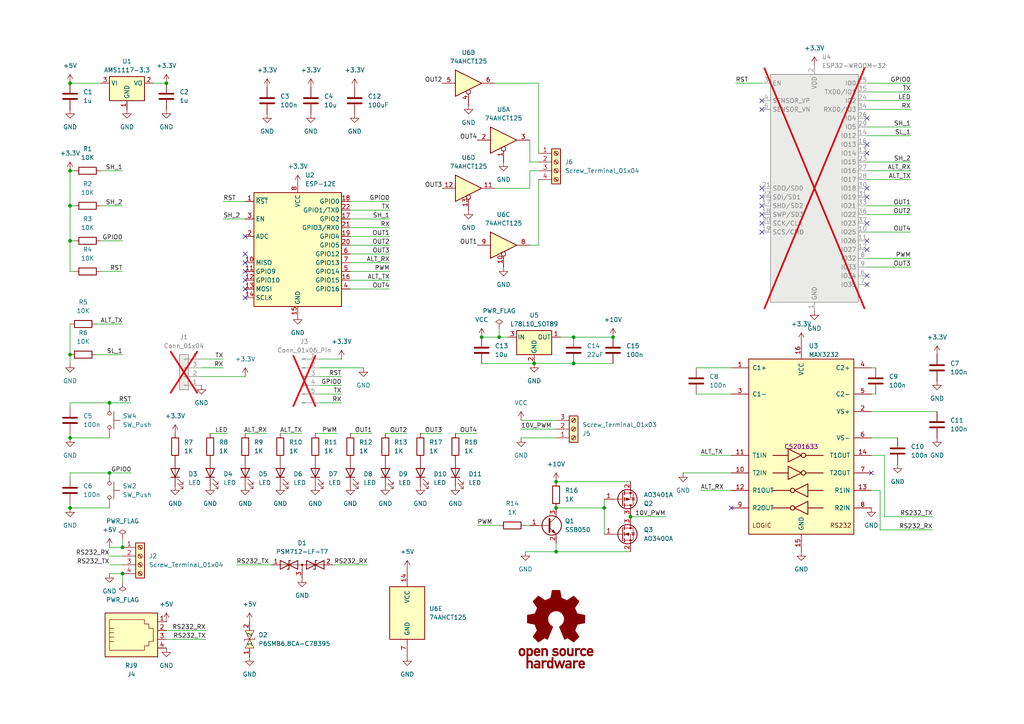
<source format=kicad_sch>
(kicad_sch (version 20250114) (generator "eeschema") (generator_version "9.0")
  (paper "A4")
  (junction (at 177.8 97.79))
  (junction (at 20.32 147.32))
  (junction (at 20.32 127))
  (junction (at 166.37 97.79))
  (junction (at 154.94 105.41))
  (junction (at 144.78 97.79))
  (junction (at 139.7 97.79))
  (junction (at 35.56 158.75))
  (junction (at 161.29 160.02))
  (junction (at 166.37 105.41))
  (junction (at 35.56 166.37))
  (junction (at 20.32 102.87))
  (junction (at 20.32 49.53))
  (junction (at 182.88 149.86))
  (junction (at 175.26 147.32))
  (junction (at 31.75 116.84))
  (junction (at 20.32 59.69))
  (junction (at 20.32 69.85))
  (junction (at 161.29 147.32))
  (junction (at 31.75 137.16))
  (junction (at 48.26 24.13))
  (junction (at 161.29 139.7))
  (junction (at 20.32 24.13))
  (no_connect (at 251.46 34.29))
  (no_connect (at 220.98 31.75))
  (no_connect (at 251.46 64.77))
  (no_connect (at 71.12 78.74))
  (no_connect (at 220.98 67.31))
  (no_connect (at 251.46 69.85))
  (no_connect (at 251.46 72.39))
  (no_connect (at 220.98 62.23))
  (no_connect (at 251.46 80.01))
  (no_connect (at 71.12 73.66))
  (no_connect (at 252.73 137.16))
  (no_connect (at 220.98 54.61))
  (no_connect (at 251.46 41.91))
  (no_connect (at 212.09 147.32))
  (no_connect (at 251.46 44.45))
  (no_connect (at 251.46 54.61))
  (no_connect (at 251.46 57.15))
  (no_connect (at 251.46 82.55))
  (no_connect (at 220.98 64.77))
  (no_connect (at 220.98 59.69))
  (no_connect (at 71.12 83.82))
  (no_connect (at 220.98 57.15))
  (no_connect (at 220.98 29.21))
  (no_connect (at 71.12 76.2))
  (no_connect (at 71.12 81.28))
  (no_connect (at 71.12 86.36))
  (no_connect (at 71.12 68.58))
  (wire (pts (xy 252.73 119.38) (xy 271.78 119.38)))
  (wire (pts (xy 252.73 127) (xy 260.35 127)))
  (wire (pts (xy 198.12 137.16) (xy 212.09 137.16)))
  (wire (pts (xy 251.46 31.75) (xy 264.16 31.75)))
  (wire (pts (xy 44.45 24.13) (xy 48.26 24.13)))
  (wire (pts (xy 156.21 24.13) (xy 143.51 24.13)))
  (wire (pts (xy 166.37 97.79) (xy 177.8 97.79)))
  (wire (pts (xy 64.77 58.42) (xy 71.12 58.42)))
  (wire (pts (xy 156.21 52.07) (xy 156.21 71.12)))
  (wire (pts (xy 138.43 125.73) (xy 132.08 125.73)))
  (wire (pts (xy 270.51 153.67) (xy 255.27 153.67)))
  (wire (pts (xy 251.46 67.31) (xy 264.16 67.31)))
  (wire (pts (xy 92.71 106.68) (xy 105.41 106.68)))
  (wire (pts (xy 101.6 63.5) (xy 113.03 63.5)))
  (wire (pts (xy 101.6 78.74) (xy 113.03 78.74)))
  (wire (pts (xy 97.79 125.73) (xy 91.44 125.73)))
  (wire (pts (xy 58.42 104.14) (xy 64.77 104.14)))
  (wire (pts (xy 251.46 59.69) (xy 264.16 59.69)))
  (wire (pts (xy 256.54 149.86) (xy 270.51 149.86)))
  (wire (pts (xy 118.11 125.73) (xy 111.76 125.73)))
  (wire (pts (xy 27.94 102.87) (xy 35.56 102.87)))
  (wire (pts (xy 251.46 36.83) (xy 264.16 36.83)))
  (wire (pts (xy 29.21 78.74) (xy 35.56 78.74)))
  (wire (pts (xy 213.36 24.13) (xy 220.98 24.13)))
  (wire (pts (xy 59.69 185.42) (xy 48.26 185.42)))
  (wire (pts (xy 251.46 39.37) (xy 264.16 39.37)))
  (wire (pts (xy 251.46 49.53) (xy 264.16 49.53)))
  (wire (pts (xy 20.32 147.32) (xy 31.75 147.32)))
  (wire (pts (xy 29.21 49.53) (xy 35.56 49.53)))
  (wire (pts (xy 101.6 83.82) (xy 113.03 83.82)))
  (wire (pts (xy 161.29 147.32) (xy 175.26 147.32)))
  (wire (pts (xy 101.6 60.96) (xy 113.03 60.96)))
  (wire (pts (xy 101.6 68.58) (xy 113.03 68.58)))
  (wire (pts (xy 166.37 105.41) (xy 177.8 105.41)))
  (wire (pts (xy 201.93 106.68) (xy 212.09 106.68)))
  (wire (pts (xy 193.04 149.86) (xy 182.88 149.86)))
  (wire (pts (xy 92.71 109.22) (xy 99.06 109.22)))
  (wire (pts (xy 31.75 116.84) (xy 20.32 116.84)))
  (wire (pts (xy 58.42 109.22) (xy 71.12 109.22)))
  (wire (pts (xy 35.56 93.98) (xy 27.94 93.98)))
  (wire (pts (xy 153.67 46.99) (xy 153.67 40.64)))
  (wire (pts (xy 92.71 104.14) (xy 99.06 104.14)))
  (wire (pts (xy 254 114.3) (xy 252.73 114.3)))
  (wire (pts (xy 151.13 121.92) (xy 161.29 121.92)))
  (wire (pts (xy 254 106.68) (xy 252.73 106.68)))
  (wire (pts (xy 153.67 54.61) (xy 153.67 49.53)))
  (wire (pts (xy 101.6 81.28) (xy 113.03 81.28)))
  (wire (pts (xy 64.77 63.5) (xy 71.12 63.5)))
  (wire (pts (xy 156.21 44.45) (xy 156.21 24.13)))
  (wire (pts (xy 87.63 125.73) (xy 81.28 125.73)))
  (wire (pts (xy 92.71 116.84) (xy 99.06 116.84)))
  (wire (pts (xy 153.67 49.53) (xy 156.21 49.53)))
  (wire (pts (xy 144.78 97.79) (xy 147.32 97.79)))
  (wire (pts (xy 21.59 49.53) (xy 20.32 49.53)))
  (wire (pts (xy 255.27 153.67) (xy 255.27 142.24)))
  (wire (pts (xy 161.29 160.02) (xy 152.4 160.02)))
  (wire (pts (xy 31.75 137.16) (xy 38.1 137.16)))
  (wire (pts (xy 128.27 125.73) (xy 121.92 125.73)))
  (wire (pts (xy 106.68 163.83) (xy 96.52 163.83)))
  (wire (pts (xy 151.13 127) (xy 161.29 127)))
  (wire (pts (xy 139.7 105.41) (xy 154.94 105.41)))
  (wire (pts (xy 20.32 138.43) (xy 20.32 137.16)))
  (wire (pts (xy 101.6 76.2) (xy 113.03 76.2)))
  (wire (pts (xy 20.32 59.69) (xy 21.59 59.69)))
  (wire (pts (xy 38.1 116.84) (xy 31.75 116.84)))
  (wire (pts (xy 151.13 124.46) (xy 161.29 124.46)))
  (wire (pts (xy 203.2 142.24) (xy 212.09 142.24)))
  (wire (pts (xy 251.46 29.21) (xy 264.16 29.21)))
  (wire (pts (xy 251.46 77.47) (xy 264.16 77.47)))
  (wire (pts (xy 203.2 132.08) (xy 212.09 132.08)))
  (wire (pts (xy 20.32 127) (xy 31.75 127)))
  (wire (pts (xy 20.32 137.16) (xy 31.75 137.16)))
  (wire (pts (xy 161.29 157.48) (xy 161.29 160.02)))
  (wire (pts (xy 35.56 59.69) (xy 29.21 59.69)))
  (wire (pts (xy 156.21 71.12) (xy 153.67 71.12)))
  (wire (pts (xy 156.21 46.99) (xy 153.67 46.99)))
  (wire (pts (xy 20.32 127) (xy 20.32 125.73)))
  (wire (pts (xy 20.32 69.85) (xy 20.32 59.69)))
  (wire (pts (xy 101.6 71.12) (xy 113.03 71.12)))
  (wire (pts (xy 20.32 146.05) (xy 20.32 147.32)))
  (wire (pts (xy 256.54 149.86) (xy 256.54 132.08)))
  (wire (pts (xy 251.46 46.99) (xy 264.16 46.99)))
  (wire (pts (xy 77.47 125.73) (xy 71.12 125.73)))
  (wire (pts (xy 161.29 160.02) (xy 182.88 160.02)))
  (wire (pts (xy 154.94 105.41) (xy 166.37 105.41)))
  (wire (pts (xy 251.46 52.07) (xy 264.16 52.07)))
  (wire (pts (xy 20.32 116.84) (xy 20.32 118.11)))
  (wire (pts (xy 20.32 24.13) (xy 29.21 24.13)))
  (wire (pts (xy 256.54 132.08) (xy 252.73 132.08)))
  (wire (pts (xy 251.46 62.23) (xy 264.16 62.23)))
  (wire (pts (xy 31.75 166.37) (xy 35.56 166.37)))
  (wire (pts (xy 153.67 54.61) (xy 143.51 54.61)))
  (wire (pts (xy 20.32 105.41) (xy 20.32 102.87)))
  (wire (pts (xy 68.58 163.83) (xy 78.74 163.83)))
  (wire (pts (xy 21.59 69.85) (xy 20.32 69.85)))
  (wire (pts (xy 144.78 95.25) (xy 144.78 97.79)))
  (wire (pts (xy 35.56 69.85) (xy 29.21 69.85)))
  (wire (pts (xy 201.93 114.3) (xy 212.09 114.3)))
  (wire (pts (xy 152.4 152.4) (xy 153.67 152.4)))
  (wire (pts (xy 255.27 142.24) (xy 252.73 142.24)))
  (wire (pts (xy 92.71 111.76) (xy 99.06 111.76)))
  (wire (pts (xy 21.59 78.74) (xy 20.32 78.74)))
  (wire (pts (xy 31.75 158.75) (xy 35.56 158.75)))
  (wire (pts (xy 66.04 125.73) (xy 60.96 125.73)))
  (wire (pts (xy 20.32 49.53) (xy 20.32 59.69)))
  (wire (pts (xy 92.71 114.3) (xy 99.06 114.3)))
  (wire (pts (xy 107.95 125.73) (xy 101.6 125.73)))
  (wire (pts (xy 35.56 166.37) (xy 35.56 168.91)))
  (wire (pts (xy 20.32 78.74) (xy 20.32 69.85)))
  (wire (pts (xy 251.46 74.93) (xy 264.16 74.93)))
  (wire (pts (xy 175.26 147.32) (xy 175.26 154.94)))
  (wire (pts (xy 251.46 24.13) (xy 264.16 24.13)))
  (wire (pts (xy 31.75 163.83) (xy 35.56 163.83)))
  (wire (pts (xy 138.43 152.4) (xy 144.78 152.4)))
  (wire (pts (xy 101.6 73.66) (xy 113.03 73.66)))
  (wire (pts (xy 20.32 93.98) (xy 20.32 102.87)))
  (wire (pts (xy 101.6 58.42) (xy 113.03 58.42)))
  (wire (pts (xy 251.46 26.67) (xy 264.16 26.67)))
  (wire (pts (xy 35.56 156.21) (xy 35.56 158.75)))
  (wire (pts (xy 139.7 97.79) (xy 144.78 97.79)))
  (wire (pts (xy 58.42 106.68) (xy 64.77 106.68)))
  (wire (pts (xy 59.69 182.88) (xy 48.26 182.88)))
  (wire (pts (xy 101.6 66.04) (xy 113.03 66.04)))
  (wire (pts (xy 182.88 139.7) (xy 161.29 139.7)))
  (wire (pts (xy 162.56 97.79) (xy 166.37 97.79)))
  (wire (pts (xy 31.75 161.29) (xy 35.56 161.29)))
  (wire (pts (xy 175.26 144.78) (xy 175.26 147.32)))
  (label "OUT2" (at 128.27 24.13 180))
  (label "RX" (at 64.77 106.68 180))
  (label "OUT2" (at 118.11 125.73 180))
  (label "RST" (at 64.77 58.42 0))
  (label "ALT_RX" (at 264.16 49.53 180))
  (label "OUT4" (at 264.16 67.31 180))
  (label "RST" (at 99.06 109.22 180))
  (label "GPIO0" (at 38.1 137.16 180))
  (label "PWM" (at 97.79 125.73 180))
  (label "RST" (at 35.56 78.74 180))
  (label "RS232_TX" (at 270.51 149.86 180))
  (label "OUT2" (at 113.03 71.12 180))
  (label "OUT1" (at 107.95 125.73 180))
  (label "OUT4" (at 138.43 40.64 180))
  (label "OUT3" (at 264.16 77.47 180))
  (label "OUT3" (at 128.27 125.73 180))
  (label "TX" (at 99.06 114.3 180))
  (label "LED" (at 264.16 29.21 180))
  (label "OUT1" (at 138.43 71.12 180))
  (label "SH_2" (at 264.16 46.99 180))
  (label "OUT4" (at 113.03 83.82 180))
  (label "10V_PWM" (at 193.04 149.86 180))
  (label "SH_1" (at 264.16 36.83 180))
  (label "RS232_RX" (at 59.69 182.88 180))
  (label "OUT3" (at 113.03 73.66 180))
  (label "RS232_RX" (at 270.51 153.67 180))
  (label "ALT_TX" (at 203.2 132.08 0))
  (label "OUT4" (at 138.43 125.73 180))
  (label "PWM" (at 138.43 152.4 0))
  (label "OUT1" (at 264.16 59.69 180))
  (label "RX" (at 99.06 116.84 180))
  (label "OUT1" (at 113.03 68.58 180))
  (label "GPIO0" (at 264.16 24.13 180))
  (label "RX" (at 264.16 31.75 180))
  (label "PWM" (at 113.03 78.74 180))
  (label "ALT_TX" (at 113.03 81.28 180))
  (label "LED" (at 66.04 125.73 180))
  (label "SH_1" (at 35.56 49.53 180))
  (label "ALT_RX" (at 113.03 76.2 180))
  (label "RS232_TX" (at 59.69 185.42 180))
  (label "ALT_RX" (at 203.2 142.24 0))
  (label "ALT_TX" (at 87.63 125.73 180))
  (label "SL_1" (at 264.16 39.37 180))
  (label "RS232_TX" (at 31.75 163.83 180))
  (label "GPIO0" (at 35.56 69.85 180))
  (label "TX" (at 113.03 60.96 180))
  (label "10V_PWM" (at 151.13 124.46 0))
  (label "SH_1" (at 113.03 63.5 180))
  (label "SH_2" (at 64.77 63.5 0))
  (label "RS232_RX" (at 106.68 163.83 180))
  (label "RST" (at 38.1 116.84 180))
  (label "ALT_RX" (at 77.47 125.73 180))
  (label "SL_1" (at 35.56 102.87 180))
  (label "RS232_TX" (at 68.58 163.83 0))
  (label "ALT_TX" (at 264.16 52.07 180))
  (label "GPIO0" (at 113.03 58.42 180))
  (label "RS232_RX" (at 31.75 161.29 180))
  (label "GPIO0" (at 99.06 111.76 180))
  (label "PWM" (at 264.16 74.93 180))
  (label "RX" (at 113.03 66.04 180))
  (label "RST" (at 213.36 24.13 0))
  (label "TX" (at 264.16 26.67 180))
  (label "ALT_TX" (at 35.56 93.98 180))
  (label "OUT2" (at 264.16 62.23 180))
  (label "SH_2" (at 35.56 59.69 180))
  (label "TX" (at 64.77 104.14 180))
  (label "OUT3" (at 128.27 54.61 180))
  (symbol (lib_id "power:GND") (at 50.8 140.97 0) (unit 1)
    (property "Reference" "#PWR023" (effects (hide yes)))
    (property "Value" "GND" (at 50.8 146.05 0))
    (property "Description" "Power symbol creates a global label with name \"GND\" , ground" (effects (hide yes)))
  )
  (symbol (lib_id "power:+3.3V") (at 271.78 102.87 0) (unit 1)
    (property "Reference" "#PWR043" (effects (hide yes)))
    (property "Value" "+3.3V" (at 271.78 97.79 0))
    (property "Description" "Power symbol creates a global label with name \"+3.3V\"" (effects (hide yes)))
  )
  (symbol (lib_id "Regulator_Linear:L78L10_SOT89") (at 154.94 97.79 0) (unit 1)
    (property "Reference" "U5" (at 154.94 91.44 0))
    (property "Value" "L78L10_SOT89" (at 154.94 93.98 0))
    (property "Footprint" "Package_TO_SOT_SMD:SOT-89-3" (effects (hide yes)))
    (property "Datasheet" "http://www.st.com/content/ccc/resource/technical/document/datasheet/15/55/e5/aa/23/5b/43/fd/CD00000446.pdf/files/CD00000446.pdf/jcr:content/translations/en.CD00000446.pdf" (effects (hide yes)))
    (property "Description" "Positive 100mA 30V Linear Regulator, Fixed Output 10V, SOT-89" (effects (hide yes)))
  )
  (symbol (lib_id "power:GND") (at 36.83 31.75 0) (unit 1)
    (property "Reference" "#PWR06" (effects (hide yes)))
    (property "Value" "GND" (at 36.83 36.83 0))
    (property "Description" "Power symbol creates a global label with name \"GND\" , ground" (effects (hide yes)))
  )
  (symbol (lib_id "power:+3.3V") (at 90.17 25.4 0) (unit 1)
    (property "Reference" "#PWR04" (effects (hide yes)))
    (property "Value" "+3.3V" (at 90.17 20.32 0))
    (property "Description" "Power symbol creates a global label with name \"+3.3V\"" (effects (hide yes)))
  )
  (symbol (lib_id "power:GND") (at 91.44 140.97 0) (unit 1)
    (property "Reference" "#PWR028" (effects (hide yes)))
    (property "Value" "GND" (at 91.44 146.05 0))
    (property "Description" "Power symbol creates a global label with name \"GND\" , ground" (effects (hide yes)))
  )
  (symbol (lib_id "Transistor_BJT:SS8050") (at 158.75 152.4 0) (unit 1)
    (property "Reference" "Q1" (at 163.83 151.1299 0) (effects (justify left)))
    (property "Value" "SS8050" (at 163.83 153.6699 0) (effects (justify left)))
    (property "Footprint" "Package_TO_SOT_SMD:SOT-23" (effects (hide yes)))
    (property "Datasheet" "http://www.secosgmbh.com/datasheet/products/SSMPTransistor/SOT-23/SS8050.pdf" (effects (hide yes)))
    (property "Description" "General Purpose NPN Transistor, 1.5A Ic, 25V Vce, SOT-23" (effects (hide yes)))
    (property "LCSC" "C2150" (effects (hide yes)))
  )
  (symbol (lib_id "Transistor_FET:AO3400A") (at 180.34 154.94 0) (unit 1)
    (property "Reference" "Q3" (at 186.69 153.6699 0) (effects (justify left)))
    (property "Value" "AO3400A" (at 186.69 156.2099 0) (effects (justify left)))
    (property "Footprint" "Package_TO_SOT_SMD:SOT-23" (effects (hide yes)))
    (property "Datasheet" "http://www.aosmd.com/pdfs/datasheet/AO3400A.pdf" (effects (hide yes)))
    (property "Description" "30V Vds, 5.7A Id, N-Channel MOSFET, SOT-23" (effects (hide yes)))
    (property "LCSC" "C20917" (effects (hide yes)))
  )
  (symbol (lib_id "Device:C") (at 48.26 27.94 0) (unit 1)
    (property "Reference" "C2" (at 52.07 26.6699 0) (effects (justify left)))
    (property "Value" "1u" (at 52.07 29.2099 0) (effects (justify left)))
    (property "Footprint" "Capacitor_SMD:C_0402_1005Metric" (effects (hide yes)))
    (property "Description" "Unpolarized capacitor" (effects (hide yes)))
    (property "LCSC" "C52923" (effects (hide yes)))
  )
  (symbol (lib_id "power:GND") (at 252.73 147.32 0) (unit 1)
    (property "Reference" "#PWR047" (effects (hide yes)))
    (property "Value" "GND" (at 252.73 152.4 0))
    (property "Description" "Power symbol creates a global label with name \"GND\" , ground" (effects (hide yes)))
  )
  (symbol (lib_id "Device:LED") (at 101.6 137.16 90) (unit 1)
    (property "Reference" "D8" (at 105.41 137.4774 90) (effects (justify right)))
    (property "Value" "LED" (at 105.41 140.0174 90) (effects (justify right)))
    (property "Footprint" "LED_SMD:LED_0603_1608Metric" (effects (hide yes)))
    (property "Description" "Light emitting diode" (effects (hide yes)))
    (property "Sim.Pins" "1=K 2=A" (effects (hide yes)))
    (property "LCSC" "C2286" (effects (hide yes)))
  )
  (symbol (lib_id "Connector:Screw_Terminal_01x04") (at 40.64 161.29 0) (unit 1) (in_bom no)
    (property "Reference" "J2" (at 43.18 161.2899 0) (effects (justify left)))
    (property "Value" "Screw_Terminal_01x04" (at 43.18 163.8299 0) (effects (justify left)))
    (property "Footprint" "TerminalBlock_4Ucon:TerminalBlock_4Ucon_1x04_P3.50mm_Horizontal" (effects (hide yes)))
    (property "Description" "Generic screw terminal, single row, 01x04, script generated (kicad-library-utils/schlib/autogen/connector/)" (effects (hide yes)))
  )
  (symbol (lib_id "power:GND") (at 87.63 167.64 0) (unit 1)
    (property "Reference" "#PWR051" (effects (hide yes)))
    (property "Value" "GND" (at 87.63 172.72 0))
    (property "Description" "Power symbol creates a global label with name \"GND\" , ground" (effects (hide yes)))
  )
  (symbol (lib_id "power:+3.3V") (at 48.26 24.13 0) (unit 1)
    (property "Reference" "#PWR02" (effects (hide yes)))
    (property "Value" "+3.3V" (at 48.26 19.05 0))
    (property "Description" "Power symbol creates a global label with name \"+3.3V\"" (effects (hide yes)))
  )
  (symbol (lib_id "power:GND") (at 271.78 127 0) (unit 1)
    (property "Reference" "#PWR046" (effects (hide yes)))
    (property "Value" "GND" (at 271.78 132.08 0))
    (property "Description" "Power symbol creates a global label with name \"GND\" , ground" (effects (hide yes)))
  )
  (symbol (lib_id "Device:R") (at 101.6 129.54 180) (unit 1)
    (property "Reference" "R12" (at 104.14 128.2699 0) (effects (justify right)))
    (property "Value" "1K" (at 104.14 130.8099 0) (effects (justify right)))
    (property "Footprint" "Resistor_SMD:R_0402_1005Metric" (effects (hide yes)))
    (property "Description" "Resistor" (effects (hide yes)))
    (property "LCSC" "C11702" (effects (hide yes)))
  )
  (symbol (lib_id "Device:C") (at 201.93 110.49 0) (unit 1)
    (property "Reference" "C8" (at 205.74 109.2199 0) (effects (justify left)))
    (property "Value" "100n" (at 205.74 111.7599 0) (effects (justify left)))
    (property "Footprint" "Capacitor_SMD:C_0402_1005Metric" (effects (hide yes)))
    (property "Description" "Unpolarized capacitor" (effects (hide yes)))
    (property "LCSC" "C307331" (effects (hide yes)))
  )
  (symbol (lib_id "Switch:SW_Push") (at 31.75 121.92 270) (unit 1) (in_bom no)
    (property "Reference" "SW4" (at 35.56 120.6499 90) (effects (justify left)))
    (property "Value" "SW_Push" (at 35.56 123.1899 90) (effects (justify left)))
    (property "Footprint" "Button_Switch_SMD:SW_Push_1P1T_XKB_TS-1187A" (effects (hide yes)))
    (property "Description" "Push button switch, generic, two pins" (effects (hide yes)))
  )
  (symbol (lib_id "Device:C") (at 90.17 29.21 0) (unit 1)
    (property "Reference" "C4" (at 93.98 27.9399 0) (effects (justify left)))
    (property "Value" "10u" (at 93.98 30.4799 0) (effects (justify left)))
    (property "Footprint" "Capacitor_SMD:C_0402_1005Metric" (effects (hide yes)))
    (property "Description" "Unpolarized capacitor" (effects (hide yes)))
    (property "LCSC" "C15525" (effects (hide yes)))
  )
  (symbol (lib_id "SparkFun-Connector:Conn_01x04_Locking") (at 53.34 109.22 180) (unit 1) (in_bom no) (dnp yes)
    (property "Reference" "J1" (at 53.34 97.79 0))
    (property "Value" "Conn_01x04" (at 53.34 100.33 0))
    (property "Footprint" "SparkFun-Connector:1x04_Locking" (effects (hide yes)))
    (property "Description" "Staggard 0.1\" PTH" (effects (hide yes)))
  )
  (symbol (lib_id "Device:LED") (at 121.92 137.16 90) (unit 1)
    (property "Reference" "D10" (at 125.73 137.4774 90) (effects (justify right)))
    (property "Value" "LED" (at 125.73 140.0174 90) (effects (justify right)))
    (property "Footprint" "LED_SMD:LED_0603_1608Metric" (effects (hide yes)))
    (property "Description" "Light emitting diode" (effects (hide yes)))
    (property "Sim.Pins" "1=K 2=A" (effects (hide yes)))
    (property "LCSC" "C2286" (effects (hide yes)))
  )
  (symbol (lib_id "power:GND") (at 71.12 140.97 0) (unit 1)
    (property "Reference" "#PWR026" (effects (hide yes)))
    (property "Value" "GND" (at 71.12 146.05 0))
    (property "Description" "Power symbol creates a global label with name \"GND\" , ground" (effects (hide yes)))
  )
  (symbol (lib_id "power:+3.3V") (at 102.87 25.4 0) (unit 1)
    (property "Reference" "#PWR011" (effects (hide yes)))
    (property "Value" "+3.3V" (at 102.87 20.32 0))
    (property "Description" "Power symbol creates a global label with name \"+3.3V\"" (effects (hide yes)))
  )
  (symbol (lib_id "Regulator_Linear:AMS1117-3.3") (at 36.83 24.13 0) (unit 1)
    (property "Reference" "U1" (at 36.83 17.78 0))
    (property "Value" "AMS1117-3.3" (at 36.83 20.32 0))
    (property "Footprint" "Package_TO_SOT_SMD:SOT-223-3_TabPin2" (effects (hide yes)))
    (property "Datasheet" "http://www.advanced-monolithic.com/pdf/ds1117.pdf" (effects (hide yes)))
    (property "Description" "1A Low Dropout regulator, positive, 3.3V fixed output, SOT-223" (effects (hide yes)))
    (property "LCSC" "C6186" (effects (hide yes)))
  )
  (symbol (lib_id "power:+5V") (at 118.11 165.1 0) (unit 1)
    (property "Reference" "#PWR037" (effects (hide yes)))
    (property "Value" "+5V" (at 118.11 160.02 0))
    (property "Description" "Power symbol creates a global label with name \"+5V\"" (effects (hide yes)))
  )
  (symbol (lib_id "SparkFun-Aesthetic:OSHW_Logo") (at 161.29 186.69 0) (unit 1) (in_bom no)
    (property "Reference" "G1" (effects (hide yes)))
    (property "Value" "OSHW_Logo" (effects (hide yes)))
    (property "Footprint" "SparkFun-Aesthetic:Creative_Commons_License" (effects (hide yes)))
  )
  (symbol (lib_id "74xx:74AHCT125") (at 146.05 71.12 0) (unit 3)
    (property "Reference" "U6" (at 146.05 62.23 0))
    (property "Value" "74AHCT125" (at 146.05 64.77 0))
    (property "Footprint" "Package_DIP:DIP-14_W7.62mm" (effects (hide yes)))
    (property "Datasheet" "https://www.ti.com/lit/ds/symlink/sn74ahct125.pdf" (effects (hide yes)))
    (property "Description" "Quadruple Bus Buffer Gates With 3-State Outputs" (effects (hide yes)))
  )
  (symbol (lib_id "power:GND") (at 271.78 110.49 0) (unit 1)
    (property "Reference" "#PWR044" (effects (hide yes)))
    (property "Value" "GND" (at 271.78 115.57 0))
    (property "Description" "Power symbol creates a global label with name \"GND\" , ground" (effects (hide yes)))
  )
  (symbol (lib_id "power:+5V") (at 31.75 158.75 0) (unit 1)
    (property "Reference" "#PWR049" (effects (hide yes)))
    (property "Value" "+5V" (at 31.75 153.67 0))
    (property "Description" "Power symbol creates a global label with name \"+5V\"" (effects (hide yes)))
  )
  (symbol (lib_id "Device:R") (at 121.92 129.54 180) (unit 1)
    (property "Reference" "R17" (at 124.46 128.2699 0) (effects (justify right)))
    (property "Value" "1K" (at 124.46 130.8099 0) (effects (justify right)))
    (property "Footprint" "Resistor_SMD:R_0402_1005Metric" (effects (hide yes)))
    (property "Description" "Resistor" (effects (hide yes)))
    (property "LCSC" "C11702" (effects (hide yes)))
  )
  (symbol (lib_id "74xx:74AHCT125") (at 135.89 54.61 0) (unit 4)
    (property "Reference" "U6" (at 135.89 45.72 0))
    (property "Value" "74AHCT125" (at 135.89 48.26 0))
    (property "Footprint" "Package_DIP:DIP-14_W7.62mm" (effects (hide yes)))
    (property "Datasheet" "https://www.ti.com/lit/ds/symlink/sn74ahct125.pdf" (effects (hide yes)))
    (property "Description" "Quadruple Bus Buffer Gates With 3-State Outputs" (effects (hide yes)))
  )
  (symbol (lib_id "power:VCC") (at 139.7 97.79 0) (unit 1)
    (property "Reference" "#PWR031" (effects (hide yes)))
    (property "Value" "VCC" (at 139.7 92.71 0))
    (property "Description" "Power symbol creates a global label with name \"VCC\"" (effects (hide yes)))
  )
  (symbol (lib_id "Device:LED") (at 50.8 137.16 90) (unit 1)
    (property "Reference" "D3" (at 54.61 137.4774 90) (effects (justify right)))
    (property "Value" "LED" (at 54.61 140.0174 90) (effects (justify right)))
    (property "Footprint" "LED_SMD:LED_0603_1608Metric" (effects (hide yes)))
    (property "Description" "Light emitting diode" (effects (hide yes)))
    (property "Sim.Pins" "1=K 2=A" (effects (hide yes)))
    (property "LCSC" "C2286" (effects (hide yes)))
  )
  (symbol (lib_id "power:+3.3V") (at 99.06 104.14 0) (unit 1)
    (property "Reference" "#PWR019" (effects (hide yes)))
    (property "Value" "+3.3V" (at 99.06 99.06 0))
    (property "Description" "Power symbol creates a global label with name \"+3.3V\"" (effects (hide yes)))
  )
  (symbol (lib_id "Device:R") (at 81.28 129.54 180) (unit 1)
    (property "Reference" "R10" (at 83.82 128.2699 0) (effects (justify right)))
    (property "Value" "1K" (at 83.82 130.8099 0) (effects (justify right)))
    (property "Footprint" "Resistor_SMD:R_0402_1005Metric" (effects (hide yes)))
    (property "Description" "Resistor" (effects (hide yes)))
    (property "LCSC" "C11702" (effects (hide yes)))
  )
  (symbol (lib_id "Device:C") (at 20.32 142.24 0) (unit 1)
    (property "Reference" "C6" (at 24.13 140.9699 0) (effects (justify left)))
    (property "Value" "100n" (at 24.13 143.5099 0) (effects (justify left)))
    (property "Footprint" "Capacitor_SMD:C_0402_1005Metric" (effects (hide yes)))
    (property "Description" "Unpolarized capacitor" (effects (hide yes)))
    (property "LCSC" "C307331" (effects (hide yes)))
  )
  (symbol (lib_id "power:GND") (at 60.96 140.97 0) (unit 1)
    (property "Reference" "#PWR025" (effects (hide yes)))
    (property "Value" "GND" (at 60.96 146.05 0))
    (property "Description" "Power symbol creates a global label with name \"GND\" , ground" (effects (hide yes)))
  )
  (symbol (lib_id "power:GND") (at 151.13 127 0) (unit 1)
    (property "Reference" "#PWR054" (effects (hide yes)))
    (property "Value" "GND" (at 151.13 132.08 0))
    (property "Description" "Power symbol creates a global label with name \"GND\" , ground" (effects (hide yes)))
  )
  (symbol (lib_id "Transistor_FET:AO3401A") (at 180.34 144.78 0) (mirror x) (unit 1)
    (property "Reference" "Q2" (at 186.69 146.0501 0) (effects (justify left)))
    (property "Value" "AO3401A" (at 186.69 143.5101 0) (effects (justify left)))
    (property "Footprint" "Package_TO_SOT_SMD:SOT-23" (effects (hide yes)))
    (property "Datasheet" "http://www.aosmd.com/pdfs/datasheet/AO3401A.pdf" (effects (hide yes)))
    (property "Description" "-4.0A Id, -30V Vds, P-Channel MOSFET, SOT-23" (effects (hide yes)))
    (property "LCSC" "C15127" (effects (hide yes)))
  )
  (symbol (lib_id "Device:LED") (at 91.44 137.16 90) (unit 1)
    (property "Reference" "D7" (at 95.25 137.4774 90) (effects (justify right)))
    (property "Value" "LED" (at 95.25 140.0174 90) (effects (justify right)))
    (property "Footprint" "LED_SMD:LED_0603_1608Metric" (effects (hide yes)))
    (property "Description" "Light emitting diode" (effects (hide yes)))
    (property "Sim.Pins" "1=K 2=A" (effects (hide yes)))
    (property "LCSC" "C2286" (effects (hide yes)))
  )
  (symbol (lib_id "power:GND") (at 121.92 140.97 0) (unit 1)
    (property "Reference" "#PWR060" (effects (hide yes)))
    (property "Value" "GND" (at 121.92 146.05 0))
    (property "Description" "Power symbol creates a global label with name \"GND\" , ground" (effects (hide yes)))
  )
  (symbol (lib_id "power:GND") (at 48.26 187.96 0) (unit 1)
    (property "Reference" "#PWR030" (effects (hide yes)))
    (property "Value" "GND" (at 48.26 193.04 0))
    (property "Description" "Power symbol creates a global label with name \"GND\" , ground" (effects (hide yes)))
  )
  (symbol (lib_id "Device:C") (at 139.7 101.6 0) (unit 1)
    (property "Reference" "C13" (at 143.51 100.3299 0) (effects (justify left)))
    (property "Value" "10u" (at 143.51 102.8699 0) (effects (justify left)))
    (property "Footprint" "Capacitor_SMD:C_1206_3216Metric" (effects (hide yes)))
    (property "Description" "Unpolarized capacitor" (effects (hide yes)))
    (property "LCSC" "C13585" (effects (hide yes)))
  )
  (symbol (lib_id "power:PWR_FLAG") (at 144.78 95.25 0) (unit 1)
    (property "Reference" "#FLG01" (effects (hide yes)))
    (property "Value" "PWR_FLAG" (at 144.78 90.17 0))
    (property "Description" "Special symbol for telling ERC where power comes from" (effects (hide yes)))
  )
  (symbol (lib_id "Device:C") (at 77.47 29.21 0) (unit 1)
    (property "Reference" "C3" (at 81.28 27.9399 0) (effects (justify left)))
    (property "Value" "100n" (at 81.28 30.4799 0) (effects (justify left)))
    (property "Footprint" "Capacitor_SMD:C_0402_1005Metric" (effects (hide yes)))
    (property "Description" "Unpolarized capacitor" (effects (hide yes)))
    (property "LCSC" "C307331" (effects (hide yes)))
  )
  (symbol (lib_id "power:+3.3V") (at 77.47 25.4 0) (unit 1)
    (property "Reference" "#PWR03" (effects (hide yes)))
    (property "Value" "+3.3V" (at 77.47 20.32 0))
    (property "Description" "Power symbol creates a global label with name \"+3.3V\"" (effects (hide yes)))
  )
  (symbol (lib_id "power:GND") (at 236.22 90.17 0) (unit 1)
    (property "Reference" "#PWR021" (effects (hide yes)))
    (property "Value" "GND" (at 236.22 95.25 0))
    (property "Description" "Power symbol creates a global label with name \"GND\" , ground" (effects (hide yes)))
  )
  (symbol (lib_id "power:GND") (at 58.42 111.76 0) (unit 1)
    (property "Reference" "#PWR018" (effects (hide yes)))
    (property "Value" "GND" (at 58.42 116.84 0))
    (property "Description" "Power symbol creates a global label with name \"GND\" , ground" (effects (hide yes)))
  )
  (symbol (lib_id "power:GND") (at 20.32 105.41 0) (unit 1)
    (property "Reference" "#PWR015" (effects (hide yes)))
    (property "Value" "GND" (at 20.32 110.49 0))
    (property "Description" "Power symbol creates a global label with name \"GND\" , ground" (effects (hide yes)))
  )
  (symbol (lib_id "power:GND") (at 198.12 137.16 0) (unit 1)
    (property "Reference" "#PWR048" (effects (hide yes)))
    (property "Value" "GND" (at 198.12 142.24 0))
    (property "Description" "Power symbol creates a global label with name \"GND\" , ground" (effects (hide yes)))
  )
  (symbol (lib_id "Device:C") (at 271.78 106.68 0) (unit 1)
    (property "Reference" "C7" (at 275.59 105.4099 0) (effects (justify left)))
    (property "Value" "100n" (at 275.59 107.9499 0) (effects (justify left)))
    (property "Footprint" "Capacitor_SMD:C_0402_1005Metric" (effects (hide yes)))
    (property "Description" "Unpolarized capacitor" (effects (hide yes)))
    (property "LCSC" "C307331" (effects (hide yes)))
  )
  (symbol (lib_id "Device:C") (at 260.35 130.81 0) (unit 1)
    (property "Reference" "C10" (at 264.16 129.5399 0) (effects (justify left)))
    (property "Value" "100n" (at 264.16 132.0799 0) (effects (justify left)))
    (property "Footprint" "Capacitor_SMD:C_0402_1005Metric" (effects (hide yes)))
    (property "Description" "Unpolarized capacitor" (effects (hide yes)))
    (property "LCSC" "C307331" (effects (hide yes)))
  )
  (symbol (lib_id "power:GND") (at 105.41 106.68 0) (unit 1)
    (property "Reference" "#PWR020" (effects (hide yes)))
    (property "Value" "GND" (at 105.41 111.76 0))
    (property "Description" "Power symbol creates a global label with name \"GND\" , ground" (effects (hide yes)))
  )
  (symbol (lib_id "Device:C") (at 254 110.49 0) (unit 1)
    (property "Reference" "C9" (at 257.81 109.2199 0) (effects (justify left)))
    (property "Value" "100n" (at 257.81 111.7599 0) (effects (justify left)))
    (property "Footprint" "Capacitor_SMD:C_0402_1005Metric" (effects (hide yes)))
    (property "Description" "Unpolarized capacitor" (effects (hide yes)))
    (property "LCSC" "C307331" (effects (hide yes)))
  )
  (symbol (lib_id "Device:C") (at 166.37 101.6 0) (unit 1)
    (property "Reference" "C14" (at 170.18 100.3299 0) (effects (justify left)))
    (property "Value" "22uF" (at 170.18 102.8699 0) (effects (justify left)))
    (property "Footprint" "Capacitor_SMD:C_0805_2012Metric" (effects (hide yes)))
    (property "Description" "Unpolarized capacitor" (effects (hide yes)))
    (property "LCSC" "C45783" (effects (hide yes)))
  )
  (symbol (lib_id "power:+10V") (at 161.29 139.7 0) (unit 1)
    (property "Reference" "#PWR032" (effects (hide yes)))
    (property "Value" "+10V" (at 161.29 134.62 0))
    (property "Description" "Power symbol creates a global label with name \"+10V\"" (effects (hide yes)))
  )
  (symbol (lib_id "power:+5V") (at 72.39 180.34 0) (unit 1)
    (property "Reference" "#PWR052" (effects (hide yes)))
    (property "Value" "+5V" (at 72.39 175.26 0))
    (property "Description" "Power symbol creates a global label with name \"+5V\"" (effects (hide yes)))
  )
  (symbol (lib_id "Device:R") (at 60.96 129.54 180) (unit 1)
    (property "Reference" "R8" (at 63.5 128.2699 0) (effects (justify right)))
    (property "Value" "1K" (at 63.5 130.8099 0) (effects (justify right)))
    (property "Footprint" "Resistor_SMD:R_0402_1005Metric" (effects (hide yes)))
    (property "Description" "Resistor" (effects (hide yes)))
    (property "LCSC" "C11702" (effects (hide yes)))
  )
  (symbol (lib_id "power:GND") (at 146.05 46.99 0) (unit 1)
    (property "Reference" "#PWR057" (effects (hide yes)))
    (property "Value" "GND" (at 146.05 52.07 0))
    (property "Description" "Power symbol creates a global label with name \"GND\" , ground" (effects (hide yes)))
  )
  (symbol (lib_id "Device:LED") (at 81.28 137.16 90) (unit 1)
    (property "Reference" "D6" (at 85.09 137.4774 90) (effects (justify right)))
    (property "Value" "LED" (at 85.09 140.0174 90) (effects (justify right)))
    (property "Footprint" "LED_SMD:LED_0603_1608Metric" (effects (hide yes)))
    (property "Description" "Light emitting diode" (effects (hide yes)))
    (property "Sim.Pins" "1=K 2=A" (effects (hide yes)))
    (property "LCSC" "C2286" (effects (hide yes)))
  )
  (symbol (lib_id "74xx:74AHCT125") (at 146.05 40.64 0) (unit 1)
    (property "Reference" "U6" (at 146.05 31.75 0))
    (property "Value" "74AHCT125" (at 146.05 34.29 0))
    (property "Footprint" "Package_DIP:DIP-14_W7.62mm" (effects (hide yes)))
    (property "Datasheet" "https://www.ti.com/lit/ds/symlink/sn74ahct125.pdf" (effects (hide yes)))
    (property "Description" "Quadruple Bus Buffer Gates With 3-State Outputs" (effects (hide yes)))
  )
  (symbol (lib_id "Device:C") (at 20.32 27.94 0) (unit 1)
    (property "Reference" "C1" (at 24.13 26.6699 0) (effects (justify left)))
    (property "Value" "1u" (at 24.13 29.2099 0) (effects (justify left)))
    (property "Footprint" "Capacitor_SMD:C_0402_1005Metric" (effects (hide yes)))
    (property "Description" "Unpolarized capacitor" (effects (hide yes)))
    (property "LCSC" "C52923" (effects (hide yes)))
  )
  (symbol (lib_id "power:GND") (at 48.26 31.75 0) (unit 1)
    (property "Reference" "#PWR07" (effects (hide yes)))
    (property "Value" "GND" (at 48.26 36.83 0))
    (property "Description" "Power symbol creates a global label with name \"GND\" , ground" (effects (hide yes)))
  )
  (symbol (lib_id "Connector:RJ9") (at 38.1 182.88 0) (mirror x) (unit 1)
    (property "Reference" "J4" (at 38.1 195.58 0))
    (property "Value" "RJ9" (at 38.1 193.04 0))
    (property "Footprint" "lib:RJ9-TH-623K-4P4CGRAYBOUNDLESS" (effects (hide yes)))
    (property "Description" "RJ connector, 4P4C (4 positions 4 connected)" (effects (hide yes)))
  )
  (symbol (lib_id "power:GND") (at 132.08 140.97 0) (unit 1)
    (property "Reference" "#PWR061" (effects (hide yes)))
    (property "Value" "GND" (at 132.08 146.05 0))
    (property "Description" "Power symbol creates a global label with name \"GND\" , ground" (effects (hide yes)))
  )
  (symbol (lib_id "power:GND") (at 118.11 190.5 0) (unit 1)
    (property "Reference" "#PWR055" (effects (hide yes)))
    (property "Value" "GND" (at 118.11 195.58 0))
    (property "Description" "Power symbol creates a global label with name \"GND\" , ground" (effects (hide yes)))
  )
  (symbol (lib_id "74xx:74AHCT125") (at 118.11 177.8 0) (unit 5)
    (property "Reference" "U6" (at 124.46 176.5299 0) (effects (justify left)))
    (property "Value" "74AHCT125" (at 124.46 179.0699 0) (effects (justify left)))
    (property "Footprint" "Package_DIP:DIP-14_W7.62mm" (effects (hide yes)))
    (property "Datasheet" "https://www.ti.com/lit/ds/symlink/sn74ahct125.pdf" (effects (hide yes)))
    (property "Description" "Quadruple Bus Buffer Gates With 3-State Outputs" (effects (hide yes)))
  )
  (symbol (lib_id "power:GND") (at 152.4 160.02 0) (unit 1)
    (property "Reference" "#PWR035" (effects (hide yes)))
    (property "Value" "GND" (at 152.4 165.1 0))
    (property "Description" "Power symbol creates a global label with name \"GND\" , ground" (effects (hide yes)))
  )
  (symbol (lib_id "Device:R") (at 25.4 49.53 90) (unit 1)
    (property "Reference" "R1" (at 25.4 43.18 90))
    (property "Value" "10K" (at 25.4 45.72 90))
    (property "Footprint" "Resistor_SMD:R_0402_1005Metric" (effects (hide yes)))
    (property "Description" "Resistor" (effects (hide yes)))
    (property "LCSC" "C25744" (effects (hide yes)))
  )
  (symbol (lib_id "Device:R") (at 25.4 78.74 90) (unit 1)
    (property "Reference" "R4" (at 25.4 72.39 90))
    (property "Value" "10K" (at 25.4 74.93 90))
    (property "Footprint" "Resistor_SMD:R_0402_1005Metric" (effects (hide yes)))
    (property "Description" "Resistor" (effects (hide yes)))
    (property "LCSC" "C25744" (effects (hide yes)))
  )
  (symbol (lib_id "power:+3.3V") (at 232.41 99.06 0) (unit 1)
    (property "Reference" "#PWR039" (effects (hide yes)))
    (property "Value" "+3.3V" (at 232.41 93.98 0))
    (property "Description" "Power symbol creates a global label with name \"+3.3V\"" (effects (hide yes)))
  )
  (symbol (lib_id "power:GND") (at 101.6 140.97 0) (unit 1)
    (property "Reference" "#PWR029" (effects (hide yes)))
    (property "Value" "GND" (at 101.6 146.05 0))
    (property "Description" "Power symbol creates a global label with name \"GND\" , ground" (effects (hide yes)))
  )
  (symbol (lib_id "Device:C") (at 102.87 29.21 0) (unit 1)
    (property "Reference" "C12" (at 106.68 27.9399 0) (effects (justify left)))
    (property "Value" "100uF" (at 106.68 30.4799 0) (effects (justify left)))
    (property "Footprint" "Capacitor_SMD:C_1206_3216Metric" (effects (hide yes)))
    (property "Description" "Unpolarized capacitor" (effects (hide yes)))
    (property "LCSC" "C15008" (effects (hide yes)))
  )
  (symbol (lib_id "power:GND") (at 102.87 33.02 0) (unit 1)
    (property "Reference" "#PWR014" (effects (hide yes)))
    (property "Value" "GND" (at 102.87 38.1 0))
    (property "Description" "Power symbol creates a global label with name \"GND\" , ground" (effects (hide yes)))
  )
  (symbol (lib_id "power:PWR_FLAG") (at 35.56 156.21 0) (unit 1)
    (property "Reference" "#FLG02" (effects (hide yes)))
    (property "Value" "PWR_FLAG" (at 35.56 151.13 0))
    (property "Description" "Special symbol for telling ERC where power comes from" (effects (hide yes)))
  )
  (symbol (lib_id "power:+3.3V") (at 50.8 125.73 0) (unit 1)
    (property "Reference" "#PWR024" (effects (hide yes)))
    (property "Value" "+3.3V" (at 50.8 120.65 0))
    (property "Description" "Power symbol creates a global label with name \"+3.3V\"" (effects (hide yes)))
  )
  (symbol (lib_id "Device:R") (at 24.13 93.98 90) (unit 1)
    (property "Reference" "R5" (at 24.13 87.63 90))
    (property "Value" "10K" (at 24.13 90.17 90))
    (property "Footprint" "Resistor_SMD:R_0402_1005Metric" (effects (hide yes)))
    (property "Description" "Resistor" (effects (hide yes)))
    (property "LCSC" "C25744" (effects (hide yes)))
  )
  (symbol (lib_id "Connector:Screw_Terminal_01x04") (at 161.29 46.99 0) (unit 1) (in_bom no)
    (property "Reference" "J6" (at 163.83 46.9899 0) (effects (justify left)))
    (property "Value" "Screw_Terminal_01x04" (at 163.83 49.5299 0) (effects (justify left)))
    (property "Footprint" "TerminalBlock_4Ucon:TerminalBlock_4Ucon_1x04_P3.50mm_Horizontal" (effects (hide yes)))
    (property "Description" "Generic screw terminal, single row, 01x04, script generated (kicad-library-utils/schlib/autogen/connector/)" (effects (hide yes)))
  )
  (symbol (lib_id "power:+10V") (at 177.8 97.79 0) (unit 1)
    (property "Reference" "#PWR034" (effects (hide yes)))
    (property "Value" "+10V" (at 177.8 92.71 0))
    (property "Description" "Power symbol creates a global label with name \"+10V\"" (effects (hide yes)))
  )
  (symbol (lib_id "power:GND") (at 135.89 60.96 0) (unit 1)
    (property "Reference" "#PWR058" (effects (hide yes)))
    (property "Value" "GND" (at 135.89 66.04 0))
    (property "Description" "Power symbol creates a global label with name \"GND\" , ground" (effects (hide yes)))
  )
  (symbol (lib_id "power:GND") (at 81.28 140.97 0) (unit 1)
    (property "Reference" "#PWR027" (effects (hide yes)))
    (property "Value" "GND" (at 81.28 146.05 0))
    (property "Description" "Power symbol creates a global label with name \"GND\" , ground" (effects (hide yes)))
  )
  (symbol (lib_id "Device:R") (at 25.4 59.69 90) (unit 1)
    (property "Reference" "R2" (at 25.4 53.34 90))
    (property "Value" "10K" (at 25.4 55.88 90))
    (property "Footprint" "Resistor_SMD:R_0402_1005Metric" (effects (hide yes)))
    (property "Description" "Resistor" (effects (hide yes)))
    (property "LCSC" "C25744" (effects (hide yes)))
  )
  (symbol (lib_id "RF_Module:ESP32-WROOM-32") (at 236.22 54.61 0) (unit 1) (dnp yes)
    (property "Reference" "U4" (at 238.3633 16.51 0) (effects (justify left)))
    (property "Value" "ESP32-WROOM-32" (at 238.3633 19.05 0) (effects (justify left)))
    (property "Footprint" "lib:ESP32-WROOM-32" (effects (hide yes)))
    (property "Datasheet" "https://www.espressif.com/sites/default/files/documentation/esp32-wroom-32_datasheet_en.pdf" (effects (hide yes)))
    (property "Description" "RF Module, ESP32-D0WDQ6 SoC, Wi-Fi 802.11b/g/n, Bluetooth, BLE, 32-bit, 2.7-3.6V, onboard antenna, SMD" (effects (hide yes)))
  )
  (symbol (lib_id "Device:R") (at 91.44 129.54 180) (unit 1)
    (property "Reference" "R11" (at 93.98 128.2699 0) (effects (justify right)))
    (property "Value" "1K" (at 93.98 130.8099 0) (effects (justify right)))
    (property "Footprint" "Resistor_SMD:R_0402_1005Metric" (effects (hide yes)))
    (property "Description" "Resistor" (effects (hide yes)))
    (property "LCSC" "C11702" (effects (hide yes)))
  )
  (symbol (lib_id "power:GND") (at 154.94 105.41 0) (unit 1)
    (property "Reference" "#PWR033" (effects (hide yes)))
    (property "Value" "GND" (at 154.94 110.49 0))
    (property "Description" "Power symbol creates a global label with name \"GND\" , ground" (effects (hide yes)))
  )
  (symbol (lib_id "Connector:Conn_01x06_Pin") (at 87.63 109.22 0) (unit 1) (in_bom no) (dnp yes)
    (property "Reference" "J3" (at 88.265 99.06 0))
    (property "Value" "Conn_01x06_Pin" (at 88.265 101.6 0))
    (property "Footprint" "lib:PinHeader_1x06_P2.00mm_Vertical_locking" (effects (hide yes)))
    (property "Description" "Generic connector, single row, 01x06, script generated" (effects (hide yes)))
  )
  (symbol (lib_id "power:GND") (at 260.35 134.62 0) (unit 1)
    (property "Reference" "#PWR045" (effects (hide yes)))
    (property "Value" "GND" (at 260.35 139.7 0))
    (property "Description" "Power symbol creates a global label with name \"GND\" , ground" (effects (hide yes)))
  )
  (symbol (lib_id "Device:R") (at 24.13 102.87 90) (unit 1)
    (property "Reference" "R6" (at 24.13 96.52 90))
    (property "Value" "10K" (at 24.13 99.06 90))
    (property "Footprint" "Resistor_SMD:R_0402_1005Metric" (effects (hide yes)))
    (property "Description" "Resistor" (effects (hide yes)))
    (property "LCSC" "C25744" (effects (hide yes)))
  )
  (symbol (lib_id "power:GND") (at 232.41 160.02 0) (unit 1)
    (property "Reference" "#PWR040" (effects (hide yes)))
    (property "Value" "GND" (at 232.41 165.1 0))
    (property "Description" "Power symbol creates a global label with name \"GND\" , ground" (effects (hide yes)))
  )
  (symbol (lib_id "Device:C") (at 271.78 123.19 0) (unit 1)
    (property "Reference" "C11" (at 275.59 121.9199 0) (effects (justify left)))
    (property "Value" "100n" (at 275.59 124.4599 0) (effects (justify left)))
    (property "Footprint" "Capacitor_SMD:C_0402_1005Metric" (effects (hide yes)))
    (property "Description" "Unpolarized capacitor" (effects (hide yes)))
    (property "LCSC" "C307331" (effects (hide yes)))
  )
  (symbol (lib_id "Device:R") (at 132.08 129.54 180) (unit 1)
    (property "Reference" "R18" (at 134.62 128.2699 0) (effects (justify right)))
    (property "Value" "1K" (at 134.62 130.8099 0) (effects (justify right)))
    (property "Footprint" "Resistor_SMD:R_0402_1005Metric" (effects (hide yes)))
    (property "Description" "Resistor" (effects (hide yes)))
    (property "LCSC" "C11702" (effects (hide yes)))
  )
  (symbol (lib_id "Device:C") (at 20.32 121.92 0) (unit 1)
    (property "Reference" "C5" (at 24.13 120.6499 0) (effects (justify left)))
    (property "Value" "100n" (at 24.13 123.1899 0) (effects (justify left)))
    (property "Footprint" "Capacitor_SMD:C_0402_1005Metric" (effects (hide yes)))
    (property "Description" "Unpolarized capacitor" (effects (hide yes)))
    (property "LCSC" "C307331" (effects (hide yes)))
  )
  (symbol (lib_id "power:+5V") (at 48.26 180.34 0) (unit 1)
    (property "Reference" "#PWR036" (effects (hide yes)))
    (property "Value" "+5V" (at 48.26 175.26 0))
    (property "Description" "Power symbol creates a global label with name \"+5V\"" (effects (hide yes)))
  )
  (symbol (lib_id "power:GND") (at 135.89 30.48 0) (unit 1)
    (property "Reference" "#PWR056" (effects (hide yes)))
    (property "Value" "GND" (at 135.89 35.56 0))
    (property "Description" "Power symbol creates a global label with name \"GND\" , ground" (effects (hide yes)))
  )
  (symbol (lib_id "Device:D_TVS_Dual_AAC") (at 87.63 163.83 0) (unit 1)
    (property "Reference" "D1" (at 87.63 157.48 0))
    (property "Value" "PSM712-LF-T7" (at 87.63 160.02 0))
    (property "Footprint" "Package_TO_SOT_SMD:SOT-23" (effects (hide yes)))
    (property "Description" "Bidirectional dual transient-voltage-suppression diode, center on pin 3" (effects (hide yes)))
    (property "LCSC" "C32677" (effects (hide yes)))
  )
  (symbol (lib_id "Device:R") (at 71.12 129.54 180) (unit 1)
    (property "Reference" "R9" (at 73.66 128.2699 0) (effects (justify right)))
    (property "Value" "1K" (at 73.66 130.8099 0) (effects (justify right)))
    (property "Footprint" "Resistor_SMD:R_0402_1005Metric" (effects (hide yes)))
    (property "Description" "Resistor" (effects (hide yes)))
    (property "LCSC" "C11702" (effects (hide yes)))
  )
  (symbol (lib_id "Device:C") (at 177.8 101.6 0) (unit 1)
    (property "Reference" "C15" (at 181.61 100.3299 0) (effects (justify left)))
    (property "Value" "100n" (at 181.61 102.8699 0) (effects (justify left)))
    (property "Footprint" "Capacitor_SMD:C_0402_1005Metric" (effects (hide yes)))
    (property "Description" "Unpolarized capacitor" (effects (hide yes)))
    (property "LCSC" "C307331" (effects (hide yes)))
  )
  (symbol (lib_id "Device:LED") (at 60.96 137.16 90) (unit 1)
    (property "Reference" "D4" (at 64.77 137.4774 90) (effects (justify right)))
    (property "Value" "LED" (at 64.77 140.0174 90) (effects (justify right)))
    (property "Footprint" "LED_SMD:LED_0603_1608Metric" (effects (hide yes)))
    (property "Description" "Light emitting diode" (effects (hide yes)))
    (property "Sim.Pins" "1=K 2=A" (effects (hide yes)))
    (property "LCSC" "C2286" (effects (hide yes)))
  )
  (symbol (lib_id "power:GND") (at 90.17 33.02 0) (unit 1)
    (property "Reference" "#PWR09" (effects (hide yes)))
    (property "Value" "GND" (at 90.17 38.1 0))
    (property "Description" "Power symbol creates a global label with name \"GND\" , ground" (effects (hide yes)))
  )
  (symbol (lib_id "power:GND") (at 20.32 31.75 0) (unit 1)
    (property "Reference" "#PWR05" (effects (hide yes)))
    (property "Value" "GND" (at 20.32 36.83 0))
    (property "Description" "Power symbol creates a global label with name \"GND\" , ground" (effects (hide yes)))
  )
  (symbol (lib_id "power:+3.3V") (at 20.32 49.53 0) (unit 1)
    (property "Reference" "#PWR012" (effects (hide yes)))
    (property "Value" "+3.3V" (at 20.32 44.45 0))
    (property "Description" "Power symbol creates a global label with name \"+3.3V\"" (effects (hide yes)))
  )
  (symbol (lib_id "power:GND") (at 111.76 140.97 0) (unit 1)
    (property "Reference" "#PWR041" (effects (hide yes)))
    (property "Value" "GND" (at 111.76 146.05 0))
    (property "Description" "Power symbol creates a global label with name \"GND\" , ground" (effects (hide yes)))
  )
  (symbol (lib_id "Device:R") (at 50.8 129.54 180) (unit 1)
    (property "Reference" "R7" (at 53.34 128.2699 0) (effects (justify right)))
    (property "Value" "1K" (at 53.34 130.8099 0) (effects (justify right)))
    (property "Footprint" "Resistor_SMD:R_0402_1005Metric" (effects (hide yes)))
    (property "Description" "Resistor" (effects (hide yes)))
    (property "LCSC" "C11702" (effects (hide yes)))
  )
  (symbol (lib_id "power:VCC") (at 151.13 121.92 0) (unit 1)
    (property "Reference" "#PWR042" (effects (hide yes)))
    (property "Value" "VCC" (at 151.13 116.84 0))
    (property "Description" "Power symbol creates a global label with name \"VCC\"" (effects (hide yes)))
  )
  (symbol (lib_id "power:+3.3V") (at 71.12 109.22 0) (unit 1)
    (property "Reference" "#PWR017" (effects (hide yes)))
    (property "Value" "+3.3V" (at 71.12 104.14 0))
    (property "Description" "Power symbol creates a global label with name \"+3.3V\"" (effects (hide yes)))
  )
  (symbol (lib_id "power:+3.3V") (at 236.22 19.05 0) (unit 1)
    (property "Reference" "#PWR022" (effects (hide yes)))
    (property "Value" "+3.3V" (at 236.22 13.97 0))
    (property "Description" "Power symbol creates a global label with name \"+3.3V\"" (effects (hide yes)))
  )
  (symbol (lib_id "power:PWR_FLAG") (at 35.56 168.91 180) (unit 1)
    (property "Reference" "#FLG03" (effects (hide yes)))
    (property "Value" "PWR_FLAG" (at 35.56 173.99 0))
    (property "Description" "Special symbol for telling ERC where power comes from" (effects (hide yes)))
  )
  (symbol (lib_id "lib:ESP-12E") (at 86.36 73.66 0) (unit 1)
    (property "Reference" "U2" (at 88.5033 50.8 0) (effects (justify left)))
    (property "Value" "ESP-12E" (at 88.5033 53.34 0) (effects (justify left)))
    (property "Footprint" "lib:ESP-12E" (effects (hide yes)))
    (property "Datasheet" "http://wiki.ai-thinker.com/_media/esp8266/esp8266_series_modules_user_manual_v1.1.pdf" (effects (hide yes)))
    (property "Description" "802.11 b/g/n Wi-Fi Module" (effects (hide yes)))
  )
  (symbol (lib_id "Switch:SW_Push") (at 31.75 142.24 270) (unit 1) (in_bom no)
    (property "Reference" "SW2" (at 35.56 140.9699 90) (effects (justify left)))
    (property "Value" "SW_Push" (at 35.56 143.5099 90) (effects (justify left)))
    (property "Footprint" "Button_Switch_SMD:SW_Push_1P1T_XKB_TS-1187A" (effects (hide yes)))
    (property "Description" "Push button switch, generic, two pins" (effects (hide yes)))
  )
  (symbol (lib_id "power:+3.3V") (at 86.36 53.34 0) (unit 1)
    (property "Reference" "#PWR010" (effects (hide yes)))
    (property "Value" "+3.3V" (at 86.36 48.26 0))
    (property "Description" "Power symbol creates a global label with name \"+3.3V\"" (effects (hide yes)))
  )
  (symbol (lib_id "Connector:Screw_Terminal_01x03") (at 166.37 124.46 0) (mirror x) (unit 1)
    (property "Reference" "J5" (at 168.91 125.7301 0) (effects (justify left)))
    (property "Value" "Screw_Terminal_01x03" (at 168.91 123.1901 0) (effects (justify left)))
    (property "Footprint" "TerminalBlock_4Ucon:TerminalBlock_4Ucon_1x03_P3.50mm_Horizontal" (effects (hide yes)))
    (property "Description" "Generic screw terminal, single row, 01x03, script generated (kicad-library-utils/schlib/autogen/connector/)" (effects (hide yes)))
  )
  (symbol (lib_id "Device:R") (at 111.76 129.54 180) (unit 1)
    (property "Reference" "R13" (at 114.3 128.2699 0) (effects (justify right)))
    (property "Value" "1K" (at 114.3 130.8099 0) (effects (justify right)))
    (property "Footprint" "Resistor_SMD:R_0402_1005Metric" (effects (hide yes)))
    (property "Description" "Resistor" (effects (hide yes)))
    (property "LCSC" "C11702" (effects (hide yes)))
  )
  (symbol (lib_id "lib:P6SMB6.8CA-C78395") (at 72.39 185.42 90) (unit 1)
    (property "Reference" "D2" (at 74.93 184.1499 90) (effects (justify right)))
    (property "Value" "P6SMB6.8CA-C78395" (at 74.93 186.6899 90) (effects (justify right)))
    (property "Footprint" "lib:SMB_L4.6-W3.6-LS5.3-BI" (effects (hide yes)))
    (property "Datasheet" "https://lcsc.com/product-detail/TVS_P6SMB6-8CA_C78395.html" (effects (hide yes)))
    (property "LCSC Part" "C78395" (effects (hide yes)))
  )
  (symbol (lib_id "power:GND") (at 72.39 190.5 0) (unit 1)
    (property "Reference" "#PWR053" (effects (hide yes)))
    (property "Value" "GND" (at 72.39 195.58 0))
    (property "Description" "Power symbol creates a global label with name \"GND\" , ground" (effects (hide yes)))
  )
  (symbol (lib_id "power:GND") (at 77.47 33.02 0) (unit 1)
    (property "Reference" "#PWR08" (effects (hide yes)))
    (property "Value" "GND" (at 77.47 38.1 0))
    (property "Description" "Power symbol creates a global label with name \"GND\" , ground" (effects (hide yes)))
  )
  (symbol (lib_id "power:+5V") (at 20.32 24.13 0) (unit 1)
    (property "Reference" "#PWR01" (effects (hide yes)))
    (property "Value" "+5V" (at 20.32 19.05 0))
    (property "Description" "Power symbol creates a global label with name \"+5V\"" (effects (hide yes)))
  )
  (symbol (lib_id "Device:LED") (at 132.08 137.16 90) (unit 1)
    (property "Reference" "D11" (at 135.89 137.4774 90) (effects (justify right)))
    (property "Value" "LED" (at 135.89 140.0174 90) (effects (justify right)))
    (property "Footprint" "LED_SMD:LED_0603_1608Metric" (effects (hide yes)))
    (property "Description" "Light emitting diode" (effects (hide yes)))
    (property "Sim.Pins" "1=K 2=A" (effects (hide yes)))
    (property "LCSC" "C2286" (effects (hide yes)))
  )
  (symbol (lib_id "power:GND") (at 20.32 147.32 0) (unit 1)
    (property "Reference" "#PWR038" (effects (hide yes)))
    (property "Value" "GND" (at 20.32 152.4 0))
    (property "Description" "Power symbol creates a global label with name \"GND\" , ground" (effects (hide yes)))
  )
  (symbol (lib_id "Device:LED") (at 71.12 137.16 90) (unit 1)
    (property "Reference" "D5" (at 74.93 137.4774 90) (effects (justify right)))
    (property "Value" "LED" (at 74.93 140.0174 90) (effects (justify right)))
    (property "Footprint" "LED_SMD:LED_0603_1608Metric" (effects (hide yes)))
    (property "Description" "Light emitting diode" (effects (hide yes)))
    (property "Sim.Pins" "1=K 2=A" (effects (hide yes)))
    (property "LCSC" "C2286" (effects (hide yes)))
  )
  (symbol (lib_id "Interface_UART:MAX3232") (at 232.41 129.54 0) (unit 1)
    (property "Reference" "U3" (at 234.5533 100.33 0) (effects (justify left)))
    (property "Value" "MAX3232" (at 234.5533 102.87 0) (effects (justify left)))
    (property "Footprint" "Package_SO:SOP-16_3.9x9.9mm_P1.27mm" (effects (hide yes)))
    (property "Datasheet" "https://datasheets.maximintegrated.com/en/ds/MAX3222-MAX3241.pdf" (effects (hide yes)))
    (property "Description" "3.0V to 5.5V, Low-Power, up to 1Mbps, True RS-232 Transceivers Using Four 0.1μF External Capacitors" (effects (hide yes)))
    (property "LCSC" "C5201633" (at 232.41 129.54 0))
  )
  (symbol (lib_id "74xx:74AHCT125") (at 135.89 24.13 0) (unit 2)
    (property "Reference" "U6" (at 135.89 15.24 0))
    (property "Value" "74AHCT125" (at 135.89 17.78 0))
    (property "Footprint" "Package_DIP:DIP-14_W7.62mm" (effects (hide yes)))
    (property "Datasheet" "https://www.ti.com/lit/ds/symlink/sn74ahct125.pdf" (effects (hide yes)))
    (property "Description" "Quadruple Bus Buffer Gates With 3-State Outputs" (effects (hide yes)))
  )
  (symbol (lib_id "power:GND") (at 86.36 91.44 0) (unit 1)
    (property "Reference" "#PWR013" (effects (hide yes)))
    (property "Value" "GND" (at 86.36 96.52 0))
    (property "Description" "Power symbol creates a global label with name \"GND\" , ground" (effects (hide yes)))
  )
  (symbol (lib_id "Device:LED") (at 111.76 137.16 90) (unit 1)
    (property "Reference" "D9" (at 115.57 137.4774 90) (effects (justify right)))
    (property "Value" "LED" (at 115.57 140.0174 90) (effects (justify right)))
    (property "Footprint" "LED_SMD:LED_0603_1608Metric" (effects (hide yes)))
    (property "Description" "Light emitting diode" (effects (hide yes)))
    (property "Sim.Pins" "1=K 2=A" (effects (hide yes)))
    (property "LCSC" "C2286" (effects (hide yes)))
  )
  (symbol (lib_id "power:GND") (at 20.32 127 0) (unit 1)
    (property "Reference" "#PWR016" (effects (hide yes)))
    (property "Value" "GND" (at 20.32 132.08 0))
    (property "Description" "Power symbol creates a global label with name \"GND\" , ground" (effects (hide yes)))
  )
  (symbol (lib_id "Device:R") (at 25.4 69.85 90) (unit 1)
    (property "Reference" "R3" (at 25.4 63.5 90))
    (property "Value" "10K" (at 25.4 66.04 90))
    (property "Footprint" "Resistor_SMD:R_0402_1005Metric" (effects (hide yes)))
    (property "Description" "Resistor" (effects (hide yes)))
    (property "LCSC" "C25744" (effects (hide yes)))
  )
  (symbol (lib_id "power:GND") (at 31.75 166.37 0) (unit 1)
    (property "Reference" "#PWR050" (effects (hide yes)))
    (property "Value" "GND" (at 31.75 171.45 0))
    (property "Description" "Power symbol creates a global label with name \"GND\" , ground" (effects (hide yes)))
  )
  (symbol (lib_id "power:GND") (at 146.05 77.47 0) (unit 1)
    (property "Reference" "#PWR059" (effects (hide yes)))
    (property "Value" "GND" (at 146.05 82.55 0))
    (property "Description" "Power symbol creates a global label with name \"GND\" , ground" (effects (hide yes)))
  )
  (symbol (lib_id "Device:R") (at 148.59 152.4 90) (unit 1)
    (property "Reference" "R14" (at 148.59 146.05 90))
    (property "Value" "1K" (at 148.59 148.59 90))
    (property "Footprint" "Resistor_SMD:R_0402_1005Metric" (effects (hide yes)))
    (property "Description" "Resistor" (effects (hide yes)))
    (property "LCSC" "C11702" (effects (hide yes)))
  )
  (symbol (lib_id "Device:R") (at 161.29 143.51 0) (unit 1)
    (property "Reference" "R16" (at 163.83 142.2399 0) (effects (justify left)))
    (property "Value" "1K" (at 163.83 144.7799 0) (effects (justify left)))
    (property "Footprint" "Resistor_SMD:R_0402_1005Metric" (effects (hide yes)))
    (property "Description" "Resistor" (effects (hide yes)))
    (property "LCSC" "C11702" (effects (hide yes)))
  )
)
</source>
